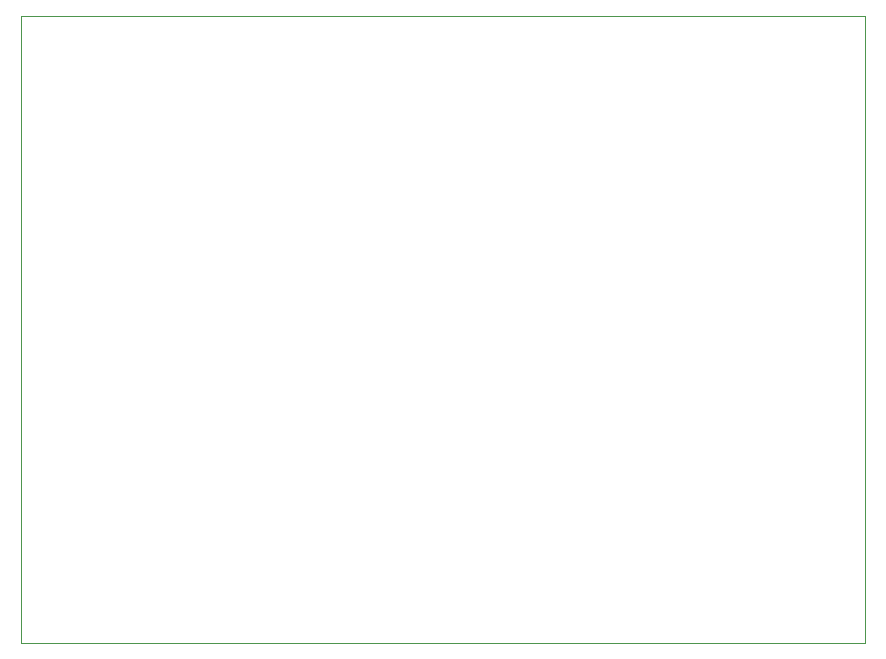
<source format=gbr>
%TF.GenerationSoftware,KiCad,Pcbnew,(5.1.6)-1*%
%TF.CreationDate,2023-01-27T10:42:33-05:00*%
%TF.ProjectId,Amiga-Stereo-Digitizer,416d6967-612d-4537-9465-72656f2d4469,rev?*%
%TF.SameCoordinates,Original*%
%TF.FileFunction,Profile,NP*%
%FSLAX46Y46*%
G04 Gerber Fmt 4.6, Leading zero omitted, Abs format (unit mm)*
G04 Created by KiCad (PCBNEW (5.1.6)-1) date 2023-01-27 10:42:33*
%MOMM*%
%LPD*%
G01*
G04 APERTURE LIST*
%TA.AperFunction,Profile*%
%ADD10C,0.050000*%
%TD*%
G04 APERTURE END LIST*
D10*
X136000000Y-64600000D02*
X136000000Y-65600000D01*
X207400000Y-64600000D02*
X136000000Y-64600000D01*
X136000000Y-117700000D02*
X136000000Y-65600000D01*
X207400000Y-117700000D02*
X136000000Y-117700000D01*
X207400000Y-64600000D02*
X207400000Y-117700000D01*
M02*

</source>
